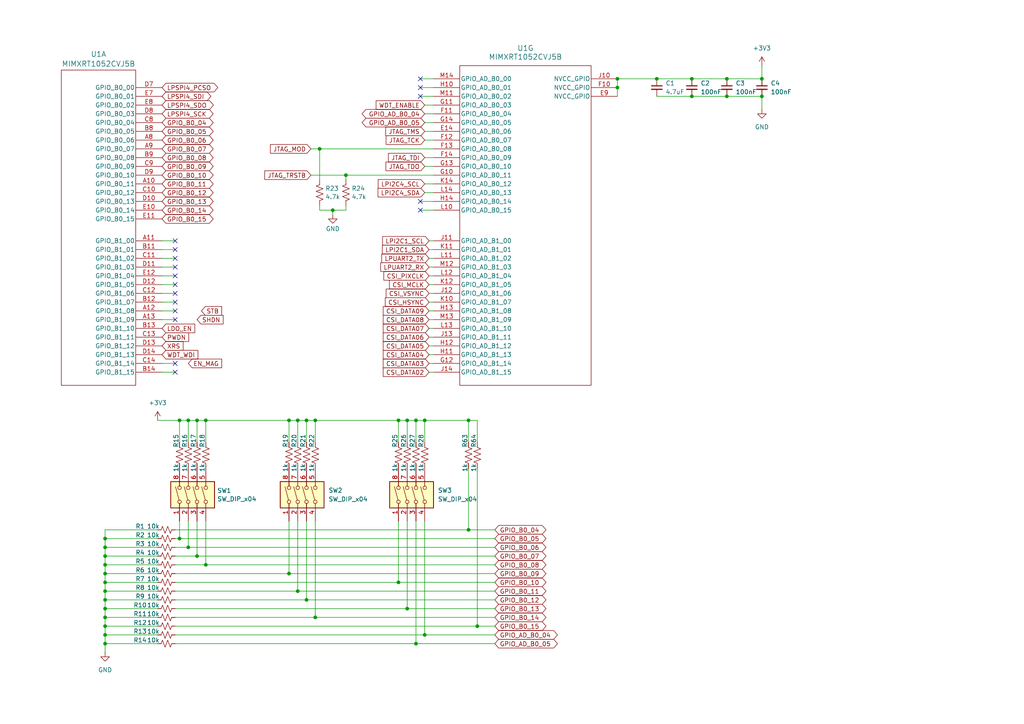
<source format=kicad_sch>
(kicad_sch (version 20250114) (generator "eeschema") (generator_version "9.0")
  (paper "A4")
  (junction (at 220.98 22.86))
  (junction (at 30.48 168.91))
  (junction (at 220.98 27.94))
  (junction (at 83.82 121.92))
  (junction (at 120.65 121.92))
  (junction (at 200.66 27.94))
  (junction (at 59.69 121.92))
  (junction (at 88.9 173.99))
  (junction (at 135.89 121.92))
  (junction (at 59.69 163.83))
  (junction (at 30.48 184.15))
  (junction (at 57.15 161.29))
  (junction (at 123.19 184.15))
  (junction (at 30.48 173.99))
  (junction (at 179.07 25.4))
  (junction (at 115.57 168.91))
  (junction (at 91.44 121.92))
  (junction (at 54.61 121.92))
  (junction (at 115.57 121.92))
  (junction (at 96.52 60.96))
  (junction (at 92.71 43.18))
  (junction (at 91.44 179.07))
  (junction (at 88.9 121.92))
  (junction (at 138.43 181.61))
  (junction (at 52.07 156.21))
  (junction (at 54.61 158.75))
  (junction (at 30.48 158.75))
  (junction (at 30.48 163.83))
  (junction (at 135.89 153.67))
  (junction (at 30.48 161.29))
  (junction (at 86.36 121.92))
  (junction (at 210.82 22.86))
  (junction (at 30.48 181.61))
  (junction (at 120.65 186.69))
  (junction (at 52.07 121.92))
  (junction (at 100.33 50.8))
  (junction (at 57.15 121.92))
  (junction (at 30.48 171.45))
  (junction (at 210.82 27.94))
  (junction (at 30.48 166.37))
  (junction (at 118.11 121.92))
  (junction (at 30.48 186.69))
  (junction (at 30.48 179.07))
  (junction (at 30.48 156.21))
  (junction (at 30.48 176.53))
  (junction (at 179.07 22.86))
  (junction (at 123.19 121.92))
  (junction (at 83.82 166.37))
  (junction (at 118.11 176.53))
  (junction (at 190.5 22.86))
  (junction (at 86.36 171.45))
  (junction (at 200.66 22.86))
  (no_connect (at 50.8 90.17))
  (no_connect (at 121.92 25.4))
  (no_connect (at 50.8 92.71))
  (no_connect (at 50.8 107.95))
  (no_connect (at 121.92 60.96))
  (no_connect (at 50.8 77.47))
  (no_connect (at 50.8 69.85))
  (no_connect (at 50.8 87.63))
  (no_connect (at 50.8 82.55))
  (no_connect (at 50.8 105.41))
  (no_connect (at 50.8 85.09))
  (no_connect (at 50.8 74.93))
  (no_connect (at 121.92 22.86))
  (no_connect (at 50.8 80.01))
  (no_connect (at 121.92 27.94))
  (no_connect (at 121.92 58.42))
  (no_connect (at 50.8 72.39))
  (wire (pts (xy 179.07 22.86) (xy 190.5 22.86)))
  (wire (pts (xy 115.57 121.92) (xy 118.11 121.92)))
  (wire (pts (xy 30.48 184.15) (xy 45.72 184.15)))
  (wire (pts (xy 52.07 156.21) (xy 143.51 156.21)))
  (wire (pts (xy 135.89 121.92) (xy 138.43 121.92)))
  (wire (pts (xy 90.17 43.18) (xy 92.71 43.18)))
  (wire (pts (xy 91.44 121.92) (xy 115.57 121.92)))
  (wire (pts (xy 46.99 80.01) (xy 50.8 80.01)))
  (wire (pts (xy 210.82 27.94) (xy 220.98 27.94)))
  (wire (pts (xy 123.19 55.88) (xy 125.73 55.88)))
  (wire (pts (xy 30.48 186.69) (xy 45.72 186.69)))
  (wire (pts (xy 125.73 107.95) (xy 124.46 107.95)))
  (wire (pts (xy 50.8 156.21) (xy 52.07 156.21)))
  (wire (pts (xy 46.99 90.17) (xy 50.8 90.17)))
  (wire (pts (xy 50.8 163.83) (xy 59.69 163.83)))
  (wire (pts (xy 125.73 87.63) (xy 124.46 87.63)))
  (wire (pts (xy 115.57 121.92) (xy 115.57 128.27)))
  (wire (pts (xy 125.73 100.33) (xy 124.46 100.33)))
  (wire (pts (xy 143.51 184.15) (xy 123.19 184.15)))
  (wire (pts (xy 88.9 121.92) (xy 91.44 121.92)))
  (wire (pts (xy 83.82 151.13) (xy 83.82 166.37)))
  (wire (pts (xy 86.36 121.92) (xy 88.9 121.92)))
  (wire (pts (xy 30.48 176.53) (xy 45.72 176.53)))
  (wire (pts (xy 135.89 135.89) (xy 135.89 153.67)))
  (wire (pts (xy 123.19 45.72) (xy 125.73 45.72)))
  (wire (pts (xy 125.73 95.25) (xy 124.46 95.25)))
  (wire (pts (xy 30.48 158.75) (xy 30.48 161.29)))
  (wire (pts (xy 54.61 158.75) (xy 143.51 158.75)))
  (wire (pts (xy 52.07 121.92) (xy 52.07 128.27)))
  (wire (pts (xy 30.48 171.45) (xy 45.72 171.45)))
  (wire (pts (xy 125.73 97.79) (xy 124.46 97.79)))
  (wire (pts (xy 30.48 156.21) (xy 45.72 156.21)))
  (wire (pts (xy 91.44 151.13) (xy 91.44 179.07)))
  (wire (pts (xy 143.51 186.69) (xy 120.65 186.69)))
  (wire (pts (xy 30.48 158.75) (xy 45.72 158.75)))
  (wire (pts (xy 46.99 105.41) (xy 50.8 105.41)))
  (wire (pts (xy 92.71 43.18) (xy 125.73 43.18)))
  (wire (pts (xy 30.48 166.37) (xy 30.48 168.91)))
  (wire (pts (xy 100.33 50.8) (xy 125.73 50.8)))
  (wire (pts (xy 125.73 90.17) (xy 124.46 90.17)))
  (wire (pts (xy 59.69 121.92) (xy 59.69 128.27)))
  (wire (pts (xy 86.36 171.45) (xy 50.8 171.45)))
  (wire (pts (xy 125.73 27.94) (xy 121.92 27.94)))
  (wire (pts (xy 138.43 121.92) (xy 138.43 128.27)))
  (wire (pts (xy 46.99 82.55) (xy 50.8 82.55)))
  (wire (pts (xy 120.65 151.13) (xy 120.65 186.69)))
  (wire (pts (xy 118.11 121.92) (xy 120.65 121.92)))
  (wire (pts (xy 123.19 33.02) (xy 125.73 33.02)))
  (wire (pts (xy 57.15 121.92) (xy 57.15 128.27)))
  (wire (pts (xy 30.48 179.07) (xy 45.72 179.07)))
  (wire (pts (xy 59.69 163.83) (xy 143.51 163.83)))
  (wire (pts (xy 50.8 158.75) (xy 54.61 158.75)))
  (wire (pts (xy 30.48 184.15) (xy 30.48 186.69)))
  (wire (pts (xy 30.48 161.29) (xy 45.72 161.29)))
  (wire (pts (xy 123.19 35.56) (xy 125.73 35.56)))
  (wire (pts (xy 46.99 85.09) (xy 50.8 85.09)))
  (wire (pts (xy 125.73 82.55) (xy 124.46 82.55)))
  (wire (pts (xy 45.72 121.92) (xy 52.07 121.92)))
  (wire (pts (xy 46.99 77.47) (xy 50.8 77.47)))
  (wire (pts (xy 200.66 27.94) (xy 210.82 27.94)))
  (wire (pts (xy 143.51 179.07) (xy 91.44 179.07)))
  (wire (pts (xy 123.19 121.92) (xy 123.19 128.27)))
  (wire (pts (xy 123.19 151.13) (xy 123.19 184.15)))
  (wire (pts (xy 30.48 163.83) (xy 45.72 163.83)))
  (wire (pts (xy 123.19 30.48) (xy 125.73 30.48)))
  (wire (pts (xy 83.82 121.92) (xy 83.82 128.27)))
  (wire (pts (xy 118.11 176.53) (xy 143.51 176.53)))
  (wire (pts (xy 86.36 151.13) (xy 86.36 171.45)))
  (wire (pts (xy 179.07 22.86) (xy 179.07 25.4)))
  (wire (pts (xy 179.07 25.4) (xy 179.07 27.94)))
  (wire (pts (xy 86.36 121.92) (xy 86.36 128.27)))
  (wire (pts (xy 91.44 121.92) (xy 91.44 128.27)))
  (wire (pts (xy 30.48 176.53) (xy 30.48 179.07)))
  (wire (pts (xy 30.48 168.91) (xy 30.48 171.45)))
  (wire (pts (xy 115.57 168.91) (xy 143.51 168.91)))
  (wire (pts (xy 83.82 166.37) (xy 143.51 166.37)))
  (wire (pts (xy 190.5 22.86) (xy 200.66 22.86)))
  (wire (pts (xy 100.33 60.96) (xy 100.33 59.69)))
  (wire (pts (xy 220.98 19.05) (xy 220.98 22.86)))
  (wire (pts (xy 30.48 171.45) (xy 30.48 173.99)))
  (wire (pts (xy 96.52 60.96) (xy 92.71 60.96)))
  (wire (pts (xy 30.48 163.83) (xy 30.48 166.37)))
  (wire (pts (xy 46.99 74.93) (xy 50.8 74.93)))
  (wire (pts (xy 57.15 151.13) (xy 57.15 161.29)))
  (wire (pts (xy 91.44 179.07) (xy 50.8 179.07)))
  (wire (pts (xy 125.73 92.71) (xy 124.46 92.71)))
  (wire (pts (xy 143.51 173.99) (xy 88.9 173.99)))
  (wire (pts (xy 30.48 186.69) (xy 30.48 189.23)))
  (wire (pts (xy 118.11 121.92) (xy 118.11 128.27)))
  (wire (pts (xy 135.89 128.27) (xy 135.89 121.92)))
  (wire (pts (xy 190.5 27.94) (xy 200.66 27.94)))
  (wire (pts (xy 30.48 173.99) (xy 45.72 173.99)))
  (wire (pts (xy 50.8 153.67) (xy 135.89 153.67)))
  (wire (pts (xy 138.43 135.89) (xy 138.43 181.61)))
  (wire (pts (xy 100.33 52.07) (xy 100.33 50.8)))
  (wire (pts (xy 50.8 168.91) (xy 115.57 168.91)))
  (wire (pts (xy 46.99 92.71) (xy 50.8 92.71)))
  (wire (pts (xy 143.51 171.45) (xy 86.36 171.45)))
  (wire (pts (xy 83.82 121.92) (xy 86.36 121.92)))
  (wire (pts (xy 88.9 151.13) (xy 88.9 173.99)))
  (wire (pts (xy 46.99 87.63) (xy 50.8 87.63)))
  (wire (pts (xy 124.46 72.39) (xy 125.73 72.39)))
  (wire (pts (xy 30.48 156.21) (xy 30.48 158.75)))
  (wire (pts (xy 46.99 69.85) (xy 50.8 69.85)))
  (wire (pts (xy 123.19 38.1) (xy 125.73 38.1)))
  (wire (pts (xy 135.89 153.67) (xy 143.51 153.67)))
  (wire (pts (xy 52.07 151.13) (xy 52.07 156.21)))
  (wire (pts (xy 125.73 58.42) (xy 121.92 58.42)))
  (wire (pts (xy 124.46 74.93) (xy 125.73 74.93)))
  (wire (pts (xy 88.9 173.99) (xy 50.8 173.99)))
  (wire (pts (xy 50.8 184.15) (xy 123.19 184.15)))
  (wire (pts (xy 59.69 151.13) (xy 59.69 163.83)))
  (wire (pts (xy 125.73 105.41) (xy 124.46 105.41)))
  (wire (pts (xy 30.48 161.29) (xy 30.48 163.83)))
  (wire (pts (xy 123.19 48.26) (xy 125.73 48.26)))
  (wire (pts (xy 115.57 151.13) (xy 115.57 168.91)))
  (wire (pts (xy 96.52 60.96) (xy 100.33 60.96)))
  (wire (pts (xy 124.46 69.85) (xy 125.73 69.85)))
  (wire (pts (xy 54.61 151.13) (xy 54.61 158.75)))
  (wire (pts (xy 50.8 176.53) (xy 118.11 176.53)))
  (wire (pts (xy 220.98 27.94) (xy 220.98 31.75)))
  (wire (pts (xy 57.15 121.92) (xy 59.69 121.92)))
  (wire (pts (xy 92.71 43.18) (xy 92.71 52.07)))
  (wire (pts (xy 50.8 161.29) (xy 57.15 161.29)))
  (wire (pts (xy 50.8 166.37) (xy 83.82 166.37)))
  (wire (pts (xy 118.11 151.13) (xy 118.11 176.53)))
  (wire (pts (xy 125.73 60.96) (xy 121.92 60.96)))
  (wire (pts (xy 125.73 80.01) (xy 124.46 80.01)))
  (wire (pts (xy 30.48 173.99) (xy 30.48 176.53)))
  (wire (pts (xy 52.07 121.92) (xy 54.61 121.92)))
  (wire (pts (xy 125.73 102.87) (xy 124.46 102.87)))
  (wire (pts (xy 54.61 121.92) (xy 57.15 121.92)))
  (wire (pts (xy 50.8 186.69) (xy 120.65 186.69)))
  (wire (pts (xy 125.73 25.4) (xy 121.92 25.4)))
  (wire (pts (xy 30.48 166.37) (xy 45.72 166.37)))
  (wire (pts (xy 124.46 77.47) (xy 125.73 77.47)))
  (wire (pts (xy 92.71 59.69) (xy 92.71 60.96)))
  (wire (pts (xy 96.52 60.96) (xy 96.52 62.23)))
  (wire (pts (xy 46.99 107.95) (xy 50.8 107.95)))
  (wire (pts (xy 135.89 121.92) (xy 123.19 121.92)))
  (wire (pts (xy 125.73 22.86) (xy 121.92 22.86)))
  (wire (pts (xy 125.73 85.09) (xy 124.46 85.09)))
  (wire (pts (xy 30.48 179.07) (xy 30.48 181.61)))
  (wire (pts (xy 57.15 161.29) (xy 143.51 161.29)))
  (wire (pts (xy 30.48 181.61) (xy 45.72 181.61)))
  (wire (pts (xy 30.48 153.67) (xy 45.72 153.67)))
  (wire (pts (xy 88.9 121.92) (xy 88.9 128.27)))
  (wire (pts (xy 46.99 72.39) (xy 50.8 72.39)))
  (wire (pts (xy 200.66 22.86) (xy 210.82 22.86)))
  (wire (pts (xy 143.51 181.61) (xy 138.43 181.61)))
  (wire (pts (xy 123.19 53.34) (xy 125.73 53.34)))
  (wire (pts (xy 138.43 181.61) (xy 50.8 181.61)))
  (wire (pts (xy 30.48 153.67) (xy 30.48 156.21)))
  (wire (pts (xy 90.17 50.8) (xy 100.33 50.8)))
  (wire (pts (xy 30.48 181.61) (xy 30.48 184.15)))
  (wire (pts (xy 59.69 121.92) (xy 83.82 121.92)))
  (wire (pts (xy 123.19 40.64) (xy 125.73 40.64)))
  (wire (pts (xy 54.61 121.92) (xy 54.61 128.27)))
  (wire (pts (xy 30.48 168.91) (xy 45.72 168.91)))
  (wire (pts (xy 120.65 121.92) (xy 120.65 128.27)))
  (wire (pts (xy 120.65 121.92) (xy 123.19 121.92)))
  (wire (pts (xy 210.82 22.86) (xy 220.98 22.86)))
  (global_label "CSI_DATA02" (shape input) (at 124.46 107.95 180) (property "Intersheetrefs" "${INTERSHEET_REFS}" (effects (hide yes))))
  (global_label "GPIO_B0_09" (shape bidirectional) (at 46.99 48.26 0) (property "Intersheetrefs" "${INTERSHEET_REFS}" (effects (hide yes))))
  (global_label "GPIO_B0_14" (shape bidirectional) (at 46.99 60.96 0) (property "Intersheetrefs" "${INTERSHEET_REFS}" (effects (hide yes))))
  (global_label "GPIO_B0_09" (shape bidirectional) (at 143.51 166.37 0) (property "Intersheetrefs" "${INTERSHEET_REFS}" (effects (hide yes))))
  (global_label "PWDN" (shape input) (at 46.99 97.79 0) (property "Intersheetrefs" "${INTERSHEET_REFS}" (effects (hide yes))))
  (global_label "CSI_DATA04" (shape input) (at 124.46 102.87 180) (property "Intersheetrefs" "${INTERSHEET_REFS}" (effects (hide yes))))
  (global_label "JTAG_TRSTB" (shape input) (at 90.17 50.8 180) (property "Intersheetrefs" "${INTERSHEET_REFS}" (effects (hide yes))))
  (global_label "GPIO_B0_11" (shape bidirectional) (at 143.51 171.45 0) (property "Intersheetrefs" "${INTERSHEET_REFS}" (effects (hide yes))))
  (global_label "LPSPI4_SDI" (shape bidirectional) (at 46.99 27.94 0) (property "Intersheetrefs" "${INTERSHEET_REFS}" (effects (hide yes))))
  (global_label "GPIO_AD_B0_04" (shape bidirectional) (at 123.19 33.02 180) (property "Intersheetrefs" "${INTERSHEET_REFS}" (effects (hide yes))))
  (global_label "GPIO_B0_08" (shape bidirectional) (at 143.51 163.83 0) (property "Intersheetrefs" "${INTERSHEET_REFS}" (effects (hide yes))))
  (global_label "STB" (shape input) (at 58.42 90.17 0) (property "Intersheetrefs" "${INTERSHEET_REFS}" (effects (hide yes))))
  (global_label "LPUART2_RX" (shape input) (at 124.46 77.47 180) (property "Intersheetrefs" "${INTERSHEET_REFS}" (effects (hide yes))))
  (global_label "LPI2C4_SCL" (shape input) (at 123.19 53.34 180) (property "Intersheetrefs" "${INTERSHEET_REFS}" (effects (hide yes))))
  (global_label "GPIO_B0_15" (shape bidirectional) (at 46.99 63.5 0) (property "Intersheetrefs" "${INTERSHEET_REFS}" (effects (hide yes))))
  (global_label "SHDN" (shape input) (at 57.15 92.71 0) (property "Intersheetrefs" "${INTERSHEET_REFS}" (effects (hide yes))))
  (global_label "CSI_MCLK" (shape input) (at 124.46 82.55 180) (property "Intersheetrefs" "${INTERSHEET_REFS}" (effects (hide yes))))
  (global_label "CSI_DATA07" (shape input) (at 124.46 95.25 180) (property "Intersheetrefs" "${INTERSHEET_REFS}" (effects (hide yes))))
  (global_label "GPIO_B0_13" (shape bidirectional) (at 46.99 58.42 0) (property "Intersheetrefs" "${INTERSHEET_REFS}" (effects (hide yes))))
  (global_label "WDT_WDI" (shape input) (at 46.99 102.87 0) (effects (font (thickness 0.1588))) (property "Intersheetrefs" "${INTERSHEET_REFS}" (effects (hide yes))))
  (global_label "LPUART2_TX" (shape input) (at 124.46 74.93 180) (property "Intersheetrefs" "${INTERSHEET_REFS}" (effects (hide yes))))
  (global_label "GPIO_B0_04" (shape bidirectional) (at 143.51 153.67 0) (property "Intersheetrefs" "${INTERSHEET_REFS}" (effects (hide yes))))
  (global_label "CSI_DATA08" (shape input) (at 124.46 92.71 180) (property "Intersheetrefs" "${INTERSHEET_REFS}" (effects (hide yes))))
  (global_label "GPIO_B0_04" (shape bidirectional) (at 46.99 35.56 0) (property "Intersheetrefs" "${INTERSHEET_REFS}" (effects (hide yes))))
  (global_label "XRS" (shape input) (at 46.99 100.33 0) (property "Intersheetrefs" "${INTERSHEET_REFS}" (effects (hide yes))))
  (global_label "GPIO_B0_06" (shape bidirectional) (at 143.51 158.75 0) (property "Intersheetrefs" "${INTERSHEET_REFS}" (effects (hide yes))))
  (global_label "GPIO_B0_10" (shape bidirectional) (at 143.51 168.91 0) (property "Intersheetrefs" "${INTERSHEET_REFS}" (effects (hide yes))))
  (global_label "LPSPI4_PCSO" (shape bidirectional) (at 46.99 25.4 0) (property "Intersheetrefs" "${INTERSHEET_REFS}" (effects (hide yes))))
  (global_label "GPIO_AD_B0_05" (shape bidirectional) (at 123.19 35.56 180) (property "Intersheetrefs" "${INTERSHEET_REFS}" (effects (hide yes))))
  (global_label "CSI_DATA05" (shape input) (at 124.46 100.33 180) (property "Intersheetrefs" "${INTERSHEET_REFS}" (effects (hide yes))))
  (global_label "GPIO_B0_15" (shape bidirectional) (at 143.51 181.61 0) (property "Intersheetrefs" "${INTERSHEET_REFS}" (effects (hide yes))))
  (global_label "CSI_DATA06" (shape input) (at 124.46 97.79 180) (property "Intersheetrefs" "${INTERSHEET_REFS}" (effects (hide yes))))
  (global_label "LPSPI4_SCK" (shape bidirectional) (at 46.99 33.02 0) (property "Intersheetrefs" "${INTERSHEET_REFS}" (effects (hide yes))))
  (global_label "EN_MAG" (shape input) (at 54.61 105.41 0) (property "Intersheetrefs" "${INTERSHEET_REFS}" (effects (hide yes))))
  (global_label "LPI2C1_SDA" (shape input) (at 124.46 72.39 180) (property "Intersheetrefs" "${INTERSHEET_REFS}" (effects (hide yes))))
  (global_label "LDO_EN" (shape input) (at 46.99 95.25 0) (property "Intersheetrefs" "${INTERSHEET_REFS}" (effects (hide yes))))
  (global_label "GPIO_B0_11" (shape bidirectional) (at 46.99 53.34 0) (property "Intersheetrefs" "${INTERSHEET_REFS}" (effects (hide yes))))
  (global_label "GPIO_AD_B0_04" (shape bidirectional) (at 143.51 184.15 0) (property "Intersheetrefs" "${INTERSHEET_REFS}" (effects (hide yes))))
  (global_label "CSI_DATA03" (shape input) (at 124.46 105.41 180) (property "Intersheetrefs" "${INTERSHEET_REFS}" (effects (hide yes))))
  (global_label "JTAG_MOD" (shape input) (at 90.17 43.18 180) (property "Intersheetrefs" "${INTERSHEET_REFS}" (effects (hide yes))))
  (global_label "LPI2C4_SDA" (shape input) (at 123.19 55.88 180) (property "Intersheetrefs" "${INTERSHEET_REFS}" (effects (hide yes))))
  (global_label "JTAG_TMS" (shape input) (at 123.19 38.1 180) (property "Intersheetrefs" "${INTERSHEET_REFS}" (effects (hide yes))))
  (global_label "JTAG_TDI" (shape input) (at 123.19 45.72 180) (property "Intersheetrefs" "${INTERSHEET_REFS}" (effects (hide yes))))
  (global_label "GPIO_B0_07" (shape bidirectional) (at 46.99 43.18 0) (property "Intersheetrefs" "${INTERSHEET_REFS}" (effects (hide yes))))
  (global_label "WDT_ENABLE" (shape input) (at 123.19 30.48 180) (property "Intersheetrefs" "${INTERSHEET_REFS}" (effects (hide yes))))
  (global_label "CSI_DATA09" (shape input) (at 124.46 90.17 180) (property "Intersheetrefs" "${INTERSHEET_REFS}" (effects (hide yes))))
  (global_label "GPIO_B0_05" (shape bidirectional) (at 46.99 38.1 0) (property "Intersheetrefs" "${INTERSHEET_REFS}" (effects (hide yes))))
  (global_label "JTAG_TCK" (shape input) (at 123.19 40.64 180) (property "Intersheetrefs" "${INTERSHEET_REFS}" (effects (hide yes))))
  (global_label "GPIO_B0_12" (shape bidirectional) (at 46.99 55.88 0) (property "Intersheetrefs" "${INTERSHEET_REFS}" (effects (hide yes))))
  (global_label "LPSPI4_SDO" (shape bidirectional) (at 46.99 30.48 0) (property "Intersheetrefs" "${INTERSHEET_REFS}" (effects (hide yes))))
  (global_label "CSI_PIXCLK" (shape input) (at 124.46 80.01 180) (property "Intersheetrefs" "${INTERSHEET_REFS}" (effects (hide yes))))
  (global_label "GPIO_B0_07" (shape bidirectional) (at 143.51 161.29 0) (property "Intersheetrefs" "${INTERSHEET_REFS}" (effects (hide yes))))
  (global_label "GPIO_B0_13" (shape bidirectional) (at 143.51 176.53 0) (property "Intersheetrefs" "${INTERSHEET_REFS}" (effects (hide yes))))
  (global_label "CSI_VSYNC" (shape input) (at 124.46 85.09 180) (property "Intersheetrefs" "${INTERSHEET_REFS}" (effects (hide yes))))
  (global_label "GPIO_B0_10" (shape bidirectional) (at 46.99 50.8 0) (property "Intersheetrefs" "${INTERSHEET_REFS}" (effects (hide yes))))
  (global_label "LPI2C1_SCL" (shape input) (at 124.46 69.85 180) (property "Intersheetrefs" "${INTERSHEET_REFS}" (effects (hide yes))))
  (global_label "CSI_HSYNC" (shape input) (at 124.46 87.63 180) (property "Intersheetrefs" "${INTERSHEET_REFS}" (effects (hide yes))))
  (global_label "GPIO_B0_05" (shape bidirectional) (at 143.51 156.21 0) (property "Intersheetrefs" "${INTERSHEET_REFS}" (effects (hide yes))))
  (global_label "GPIO_B0_14" (shape bidirectional) (at 143.51 179.07 0) (property "Intersheetrefs" "${INTERSHEET_REFS}" (effects (hide yes))))
  (global_label "JTAG_TDO" (shape input) (at 123.19 48.26 180) (property "Intersheetrefs" "${INTERSHEET_REFS}" (effects (hide yes))))
  (global_label "GPIO_B0_06" (shape bidirectional) (at 46.99 40.64 0) (property "Intersheetrefs" "${INTERSHEET_REFS}" (effects (hide yes))))
  (global_label "GPIO_B0_12" (shape bidirectional) (at 143.51 173.99 0) (property "Intersheetrefs" "${INTERSHEET_REFS}" (effects (hide yes))))
  (global_label "GPIO_B0_08" (shape bidirectional) (at 46.99 45.72 0) (property "Intersheetrefs" "${INTERSHEET_REFS}" (effects (hide yes))))
  (global_label "GPIO_AD_B0_05" (shape bidirectional) (at 143.51 186.69 0) (property "Intersheetrefs" "${INTERSHEET_REFS}" (effects (hide yes))))
  (symbol (lib_id "Device:R_Small_US") (at 48.26 179.07 90) (unit 1)
    (property "Reference" "R11" (at 40.64 178.054 90))
    (property "Value" "10k" (at 44.45 178.054 90))
    (property "Footprint" "Resistor_SMD:R_0201_0603Metric" (effects (hide yes)))
    (property "Description" "Resistor, small US symbol" (effects (hide yes)))
  )
  (symbol (lib_id "Device:R_US") (at 57.15 132.08 0) (unit 1)
    (property "Reference" "R17" (at 56.134 129.794 90) (effects (justify left)))
    (property "Value" "1k" (at 56.134 136.906 90) (effects (justify left)))
    (property "Footprint" "Resistor_SMD:R_0201_0603Metric" (effects (hide yes)))
    (property "Description" "Resistor, US symbol" (effects (hide yes)))
  )
  (symbol (lib_id "Device:R_US") (at 120.65 132.08 0) (unit 1)
    (property "Reference" "R27" (at 119.634 129.794 90) (effects (justify left)))
    (property "Value" "1k" (at 119.634 136.906 90) (effects (justify left)))
    (property "Footprint" "Resistor_SMD:R_0201_0603Metric" (effects (hide yes)))
    (property "Description" "Resistor, US symbol" (effects (hide yes)))
  )
  (symbol (lib_id "power:+3V3") (at 220.98 19.05 0) (unit 1)
    (property "Reference" "#PWR086" (effects (hide yes)))
    (property "Value" "+3V3" (at 220.98 13.97 0))
  )
  (symbol (lib_id "Device:R_Small_US") (at 48.26 168.91 90) (unit 1)
    (property "Reference" "R7" (at 40.64 167.894 90))
    (property "Value" "10k" (at 44.45 167.894 90))
    (property "Footprint" "Resistor_SMD:R_0201_0603Metric" (effects (hide yes)))
    (property "Description" "Resistor, small US symbol" (effects (hide yes)))
  )
  (symbol (lib_name "MIMXRT1052CVJ5B_2") (lib_id "MIMXRT1052CVJ5B:MIMXRT1052CVJ5B") (at 133.35 19.05 0) (unit 7)
    (property "Reference" "U1" (at 152.4 13.97 0) (effects (font (size 1.524 1.524))))
    (property "Value" "MIMXRT1052CVJ5B" (at 152.4 16.51 0) (effects (font (size 1.524 1.524))))
    (property "Footprint" "footprints:BGA196C80P14X14_1200X1200X152" (effects (hide yes)))
    (property "Datasheet" "MIMXRT1052CVJ5B" (effects (hide yes)))
  )
  (symbol (lib_id "Device:R_Small_US") (at 48.26 161.29 90) (unit 1)
    (property "Reference" "R4" (at 40.64 160.274 90))
    (property "Value" "10k" (at 44.45 160.274 90))
    (property "Footprint" "Resistor_SMD:R_0201_0603Metric" (effects (hide yes)))
    (property "Description" "Resistor, small US symbol" (effects (hide yes)))
  )
  (symbol (lib_id "power:+3V3") (at 45.72 121.92 0) (unit 1)
    (property "Reference" "#PWR077" (effects (hide yes)))
    (property "Value" "+3V3" (at 45.72 116.84 0))
  )
  (symbol (lib_id "Device:C_Small") (at 190.5 25.4 0) (unit 1)
    (property "Reference" "C1" (at 193.04 24.1362 0) (effects (justify left)))
    (property "Value" "4.7uF" (at 193.04 26.6762 0) (effects (justify left)))
    (property "Footprint" "Capacitor_SMD:C_0201_0603Metric" (effects (hide yes)))
    (property "Description" "Unpolarized capacitor, small symbol" (effects (hide yes)))
  )
  (symbol (lib_id "power:GND") (at 96.52 62.23 0) (unit 1)
    (property "Reference" "#PWR03" (effects (hide yes)))
    (property "Value" "GND" (at 96.52 66.3631 0))
    (property "Description" "Power symbol creates a global label with name \"GND\" , ground" (effects (hide yes)))
  )
  (symbol (lib_id "Device:R_US") (at 118.11 132.08 0) (unit 1)
    (property "Reference" "R26" (at 117.094 129.794 90) (effects (justify left)))
    (property "Value" "1k" (at 117.094 136.906 90) (effects (justify left)))
    (property "Footprint" "Resistor_SMD:R_0201_0603Metric" (effects (hide yes)))
    (property "Description" "Resistor, US symbol" (effects (hide yes)))
  )
  (symbol (lib_id "Device:R_US") (at 135.89 132.08 0) (unit 1)
    (property "Reference" "R63" (at 134.874 129.794 90) (effects (justify left)))
    (property "Value" "1k" (at 134.874 136.906 90) (effects (justify left)))
    (property "Footprint" "Resistor_SMD:R_0201_0603Metric" (effects (hide yes)))
    (property "Description" "Resistor, US symbol" (effects (hide yes)))
  )
  (symbol (lib_id "Device:R_US") (at 92.71 55.88 0) (mirror y) (unit 1)
    (property "Reference" "R23" (at 94.361 54.6678 0) (effects (justify right)))
    (property "Value" "4.7k" (at 94.361 57.0921 0) (effects (justify right)))
    (property "Footprint" "Resistor_SMD:R_0201_0603Metric" (effects (hide yes)))
    (property "Description" "Resistor, US symbol" (effects (hide yes)))
  )
  (symbol (lib_id "Device:R_Small_US") (at 48.26 176.53 90) (unit 1)
    (property "Reference" "R10" (at 40.64 175.514 90))
    (property "Value" "10k" (at 44.45 175.514 90))
    (property "Footprint" "Resistor_SMD:R_0201_0603Metric" (effects (hide yes)))
    (property "Description" "Resistor, small US symbol" (effects (hide yes)))
  )
  (symbol (lib_id "power:GND") (at 30.48 189.23 0) (unit 1)
    (property "Reference" "#PWR01" (effects (hide yes)))
    (property "Value" "GND" (at 30.48 194.31 0))
    (property "Description" "Power symbol creates a global label with name \"GND\" , ground" (effects (hide yes)))
  )
  (symbol (lib_id "Switch:SW_DIP_x04") (at 88.9 143.51 90) (unit 1)
    (property "Reference" "SW2" (at 95.25 142.2399 90) (effects (justify right)))
    (property "Value" "SW_DIP_x04" (at 95.25 144.7799 90) (effects (justify right)))
    (property "Footprint" "Button_Switch_SMD:SW_DIP_SPSTx04_Slide_Copal_CHS-04A_W5.08mm_P1.27mm_JPin" (effects (hide yes)))
    (property "Description" "4x DIP Switch, Single Pole Single Throw (SPST) switch, small symbol" (effects (hide yes)))
  )
  (symbol (lib_id "Device:R_US") (at 138.43 132.08 0) (unit 1)
    (property "Reference" "R64" (at 137.414 129.794 90) (effects (justify left)))
    (property "Value" "1k" (at 137.414 136.906 90) (effects (justify left)))
    (property "Footprint" "Resistor_SMD:R_0201_0603Metric" (effects (hide yes)))
    (property "Description" "Resistor, US symbol" (effects (hide yes)))
  )
  (symbol (lib_id "Device:R_US") (at 54.61 132.08 0) (unit 1)
    (property "Reference" "R16" (at 53.594 129.794 90) (effects (justify left)))
    (property "Value" "1k" (at 53.594 136.906 90) (effects (justify left)))
    (property "Footprint" "Resistor_SMD:R_0201_0603Metric" (effects (hide yes)))
    (property "Description" "Resistor, US symbol" (effects (hide yes)))
  )
  (symbol (lib_id "Device:R_Small_US") (at 48.26 163.83 90) (unit 1)
    (property "Reference" "R5" (at 40.64 162.814 90))
    (property "Value" "10k" (at 44.45 162.814 90))
    (property "Footprint" "Resistor_SMD:R_0201_0603Metric" (effects (hide yes)))
    (property "Description" "Resistor, small US symbol" (effects (hide yes)))
  )
  (symbol (lib_id "Device:R_US") (at 59.69 132.08 0) (unit 1)
    (property "Reference" "R18" (at 58.674 129.794 90) (effects (justify left)))
    (property "Value" "1k" (at 58.674 136.906 90) (effects (justify left)))
    (property "Footprint" "Resistor_SMD:R_0201_0603Metric" (effects (hide yes)))
    (property "Description" "Resistor, US symbol" (effects (hide yes)))
  )
  (symbol (lib_id "Device:R_US") (at 52.07 132.08 0) (unit 1)
    (property "Reference" "R15" (at 51.054 129.794 90) (effects (justify left)))
    (property "Value" "1k" (at 51.054 136.906 90) (effects (justify left)))
    (property "Footprint" "Resistor_SMD:R_0201_0603Metric" (effects (hide yes)))
    (property "Description" "Resistor, US symbol" (effects (hide yes)))
  )
  (symbol (lib_id "Device:R_Small_US") (at 48.26 158.75 90) (unit 1)
    (property "Reference" "R3" (at 40.64 157.734 90))
    (property "Value" "10k" (at 44.45 157.734 90))
    (property "Footprint" "Resistor_SMD:R_0201_0603Metric" (effects (hide yes)))
    (property "Description" "Resistor, small US symbol" (effects (hide yes)))
  )
  (symbol (lib_id "Device:R_Small_US") (at 48.26 184.15 90) (unit 1)
    (property "Reference" "R13" (at 40.64 183.134 90))
    (property "Value" "10k" (at 44.45 183.134 90))
    (property "Footprint" "Resistor_SMD:R_0201_0603Metric" (effects (hide yes)))
    (property "Description" "Resistor, small US symbol" (effects (hide yes)))
  )
  (symbol (lib_id "Device:R_US") (at 91.44 132.08 0) (unit 1)
    (property "Reference" "R22" (at 90.424 129.794 90) (effects (justify left)))
    (property "Value" "1k" (at 90.424 136.906 90) (effects (justify left)))
    (property "Footprint" "Resistor_SMD:R_0201_0603Metric" (effects (hide yes)))
    (property "Description" "Resistor, US symbol" (effects (hide yes)))
  )
  (symbol (lib_id "power:GND") (at 220.98 31.75 0) (unit 1)
    (property "Reference" "#PWR05" (effects (hide yes)))
    (property "Value" "GND" (at 220.98 36.83 0))
    (property "Description" "Power symbol creates a global label with name \"GND\" , ground" (effects (hide yes)))
  )
  (symbol (lib_id "Device:R_US") (at 86.36 132.08 0) (unit 1)
    (property "Reference" "R20" (at 85.344 129.794 90) (effects (justify left)))
    (property "Value" "1k" (at 85.344 136.906 90) (effects (justify left)))
    (property "Footprint" "Resistor_SMD:R_0201_0603Metric" (effects (hide yes)))
    (property "Description" "Resistor, US symbol" (effects (hide yes)))
  )
  (symbol (lib_id "Switch:SW_DIP_x04") (at 57.15 143.51 90) (unit 1)
    (property "Reference" "SW1" (at 62.992 142.2978 90) (effects (justify right)))
    (property "Value" "SW_DIP_x04" (at 62.992 144.7221 90) (effects (justify right)))
    (property "Footprint" "Button_Switch_SMD:SW_DIP_SPSTx04_Slide_Copal_CHS-04A_W5.08mm_P1.27mm_JPin" (effects (hide yes)))
    (property "Description" "4x DIP Switch, Single Pole Single Throw (SPST) switch, small symbol" (effects (hide yes)))
  )
  (symbol (lib_id "Device:C_Small") (at 210.82 25.4 0) (unit 1)
    (property "Reference" "C3" (at 213.36 24.1362 0) (effects (justify left)))
    (property "Value" "100nF" (at 213.36 26.6762 0) (effects (justify left)))
    (property "Footprint" "Capacitor_SMD:C_0201_0603Metric" (effects (hide yes)))
    (property "Description" "Unpolarized capacitor, small symbol" (effects (hide yes)))
  )
  (symbol (lib_name "MIMXRT1052CVJ5B_1") (lib_id "MIMXRT1052CVJ5B:MIMXRT1052CVJ5B") (at 17.78 20.32 0) (unit 1)
    (property "Reference" "U1" (at 28.575 15.6896 0) (effects (font (size 1.524 1.524))))
    (property "Value" "MIMXRT1052CVJ5B" (at 28.575 18.5225 0) (effects (font (size 1.524 1.524))))
    (property "Footprint" "footprints:BGA196C80P14X14_1200X1200X152" (effects (hide yes)))
    (property "Datasheet" "MIMXRT1052CVJ5B" (effects (hide yes)))
  )
  (symbol (lib_id "Device:C_Small") (at 220.98 25.4 0) (unit 1)
    (property "Reference" "C4" (at 223.52 24.1362 0) (effects (justify left)))
    (property "Value" "100nF" (at 223.52 26.6762 0) (effects (justify left)))
    (property "Footprint" "Capacitor_SMD:C_0201_0603Metric" (effects (hide yes)))
    (property "Description" "Unpolarized capacitor, small symbol" (effects (hide yes)))
  )
  (symbol (lib_id "Device:R_US") (at 88.9 132.08 0) (unit 1)
    (property "Reference" "R21" (at 87.884 129.794 90) (effects (justify left)))
    (property "Value" "1k" (at 87.884 136.906 90) (effects (justify left)))
    (property "Footprint" "Resistor_SMD:R_0201_0603Metric" (effects (hide yes)))
    (property "Description" "Resistor, US symbol" (effects (hide yes)))
  )
  (symbol (lib_id "Device:R_Small_US") (at 48.26 181.61 90) (unit 1)
    (property "Reference" "R12" (at 40.64 180.594 90))
    (property "Value" "10k" (at 44.45 180.594 90))
    (property "Footprint" "Resistor_SMD:R_0201_0603Metric" (effects (hide yes)))
    (property "Description" "Resistor, small US symbol" (effects (hide yes)))
  )
  (symbol (lib_id "Device:R_US") (at 115.57 132.08 0) (unit 1)
    (property "Reference" "R25" (at 114.554 129.794 90) (effects (justify left)))
    (property "Value" "1k" (at 114.554 136.906 90) (effects (justify left)))
    (property "Footprint" "Resistor_SMD:R_0201_0603Metric" (effects (hide yes)))
    (property "Description" "Resistor, US symbol" (effects (hide yes)))
  )
  (symbol (lib_id "Device:C_Small") (at 200.66 25.4 0) (unit 1)
    (property "Reference" "C2" (at 203.2 24.1362 0) (effects (justify left)))
    (property "Value" "100nF" (at 203.2 26.6762 0) (effects (justify left)))
    (property "Footprint" "Capacitor_SMD:C_0201_0603Metric" (effects (hide yes)))
    (property "Description" "Unpolarized capacitor, small symbol" (effects (hide yes)))
  )
  (symbol (lib_id "Switch:SW_DIP_x04") (at 120.65 143.51 90) (unit 1)
    (property "Reference" "SW3" (at 127 142.2399 90) (effects (justify right)))
    (property "Value" "SW_DIP_x04" (at 127 144.7799 90) (effects (justify right)))
    (property "Footprint" "Button_Switch_SMD:SW_DIP_SPSTx04_Slide_Copal_CHS-04A_W5.08mm_P1.27mm_JPin" (effects (hide yes)))
    (property "Description" "4x DIP Switch, Single Pole Single Throw (SPST) switch, small symbol" (effects (hide yes)))
  )
  (symbol (lib_id "Device:R_US") (at 83.82 132.08 0) (unit 1)
    (property "Reference" "R19" (at 82.804 129.794 90) (effects (justify left)))
    (property "Value" "1k" (at 82.804 136.906 90) (effects (justify left)))
    (property "Footprint" "Resistor_SMD:R_0201_0603Metric" (effects (hide yes)))
    (property "Description" "Resistor, US symbol" (effects (hide yes)))
  )
  (symbol (lib_id "Device:R_US") (at 100.33 55.88 0) (mirror y) (unit 1)
    (property "Reference" "R24" (at 101.981 54.6678 0) (effects (justify right)))
    (property "Value" "4.7k" (at 101.981 57.0921 0) (effects (justify right)))
    (property "Footprint" "Resistor_SMD:R_0201_0603Metric" (effects (hide yes)))
    (property "Description" "Resistor, US symbol" (effects (hide yes)))
  )
  (symbol (lib_id "Device:R_Small_US") (at 48.26 186.69 90) (unit 1)
    (property "Reference" "R14" (at 40.64 185.674 90))
    (property "Value" "10k" (at 44.45 185.674 90))
    (property "Footprint" "Resistor_SMD:R_0201_0603Metric" (effects (hide yes)))
    (property "Description" "Resistor, small US symbol" (effects (hide yes)))
  )
  (symbol (lib_id "Device:R_US") (at 123.19 132.08 0) (unit 1)
    (property "Reference" "R28" (at 122.174 129.794 90) (effects (justify left)))
    (property "Value" "1k" (at 122.174 136.906 90) (effects (justify left)))
    (property "Footprint" "Resistor_SMD:R_0201_0603Metric" (effects (hide yes)))
    (property "Description" "Resistor, US symbol" (effects (hide yes)))
  )
  (symbol (lib_id "Device:R_Small_US") (at 48.26 166.37 90) (unit 1)
    (property "Reference" "R6" (at 40.64 165.354 90))
    (property "Value" "10k" (at 44.45 165.354 90))
    (property "Footprint" "Resistor_SMD:R_0201_0603Metric" (effects (hide yes)))
    (property "Description" "Resistor, small US symbol" (effects (hide yes)))
  )
  (symbol (lib_id "Device:R_Small_US") (at 48.26 153.67 90) (unit 1)
    (property "Reference" "R1" (at 40.64 152.654 90))
    (property "Value" "10k" (at 44.45 152.654 90))
    (property "Footprint" "Resistor_SMD:R_0201_0603Metric" (effects (hide yes)))
    (property "Description" "Resistor, small US symbol" (effects (hide yes)))
  )
  (symbol (lib_id "Device:R_Small_US") (at 48.26 156.21 90) (unit 1)
    (property "Reference" "R2" (at 40.64 155.194 90))
    (property "Value" "10k" (at 44.45 155.194 90))
    (property "Footprint" "Resistor_SMD:R_0201_0603Metric" (effects (hide yes)))
    (property "Description" "Resistor, small US symbol" (effects (hide yes)))
  )
  (symbol (lib_id "Device:R_Small_US") (at 48.26 173.99 90) (unit 1)
    (property "Reference" "R9" (at 40.64 172.974 90))
    (property "Value" "10k" (at 44.45 172.974 90))
    (property "Footprint" "Resistor_SMD:R_0201_0603Metric" (effects (hide yes)))
    (property "Description" "Resistor, small US symbol" (effects (hide yes)))
  )
  (symbol (lib_id "Device:R_Small_US") (at 48.26 171.45 90) (unit 1)
    (property "Reference" "R8" (at 40.64 170.434 90))
    (property "Value" "10k" (at 44.45 170.434 90))
    (property "Footprint" "Resistor_SMD:R_0201_0603Metric" (effects (hide yes)))
    (property "Description" "Resistor, small US symbol" (effects (hide yes)))
  )
)
</source>
